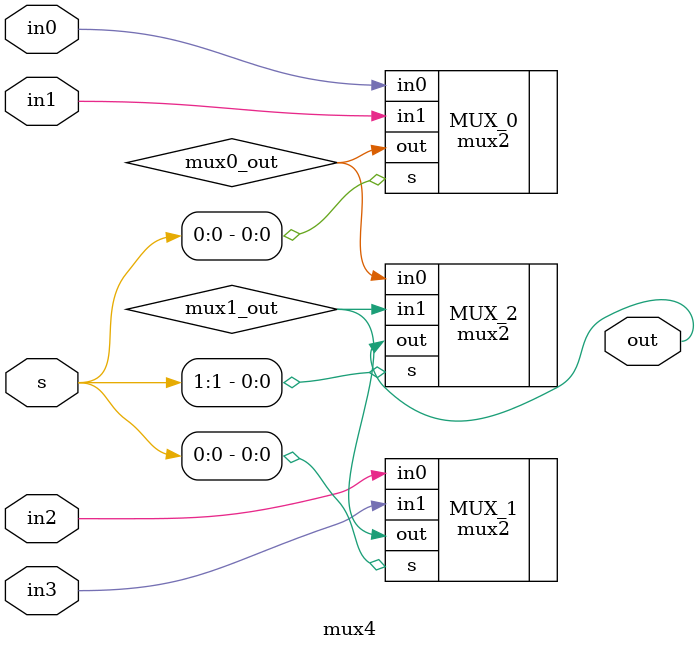
<source format=sv>
`default_nettype none

module mux4(in0, in1, in2, in3, s, out);

    parameter N = 1;

    input wire [N-1:0] in0, in1, in2, in3; 
    input wire [1:0] s;
    output logic [N-1:0] out;

    wire [N-1:0] mux0_out, mux1_out;

    mux2 #(.N(N)) MUX_0 (.in0(in0), .in1(in1), .s(s[0]), .out(mux0_out));
    mux2 #(.N(N)) MUX_1 (.in0(in2), .in1(in3), .s(s[0]), .out(mux1_out));
    mux2 #(.N(N)) MUX_2 (.in0(mux0_out), .in1(mux1_out), .s(s[1]), .out(out));

endmodule

</source>
